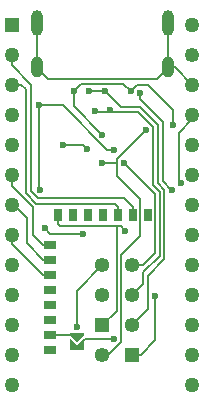
<source format=gbl>
G04 #@! TF.GenerationSoftware,KiCad,Pcbnew,7.0.6*
G04 #@! TF.CreationDate,2023-08-29T11:45:56+03:00*
G04 #@! TF.ProjectId,nrfmicro,6e72666d-6963-4726-9f2e-6b696361645f,rev?*
G04 #@! TF.SameCoordinates,Original*
G04 #@! TF.FileFunction,Copper,L2,Bot*
G04 #@! TF.FilePolarity,Positive*
%FSLAX46Y46*%
G04 Gerber Fmt 4.6, Leading zero omitted, Abs format (unit mm)*
G04 Created by KiCad (PCBNEW 7.0.6) date 2023-08-29 11:45:56*
%MOMM*%
%LPD*%
G01*
G04 APERTURE LIST*
G04 Aperture macros list*
%AMFreePoly0*
4,1,6,0.600000,-0.200000,0.600000,-0.400000,-0.600000,-0.400000,-0.600000,-0.200000,0.000000,0.400000,0.600000,-0.200000,0.600000,-0.200000,$1*%
%AMFreePoly1*
4,1,6,0.600000,-0.900000,0.000000,-0.300000,-0.600000,-0.900000,-0.600000,0.100000,0.600000,0.100000,0.600000,-0.900000,0.600000,-0.900000,$1*%
G04 Aperture macros list end*
G04 #@! TA.AperFunction,ComponentPad*
%ADD10C,1.250000*%
G04 #@! TD*
G04 #@! TA.AperFunction,ComponentPad*
%ADD11C,1.270000*%
G04 #@! TD*
G04 #@! TA.AperFunction,ComponentPad*
%ADD12R,0.650000X1.000000*%
G04 #@! TD*
G04 #@! TA.AperFunction,ComponentPad*
%ADD13R,1.000000X0.650000*%
G04 #@! TD*
G04 #@! TA.AperFunction,ComponentPad*
%ADD14R,1.270000X1.270000*%
G04 #@! TD*
G04 #@! TA.AperFunction,ComponentPad*
%ADD15O,1.270000X1.270000*%
G04 #@! TD*
G04 #@! TA.AperFunction,ComponentPad*
%ADD16O,1.000000X2.200000*%
G04 #@! TD*
G04 #@! TA.AperFunction,ComponentPad*
%ADD17O,1.000000X1.800000*%
G04 #@! TD*
G04 #@! TA.AperFunction,SMDPad,CuDef*
%ADD18FreePoly0,180.000000*%
G04 #@! TD*
G04 #@! TA.AperFunction,SMDPad,CuDef*
%ADD19FreePoly1,180.000000*%
G04 #@! TD*
G04 #@! TA.AperFunction,ViaPad*
%ADD20C,0.600000*%
G04 #@! TD*
G04 #@! TA.AperFunction,Conductor*
%ADD21C,0.200000*%
G04 #@! TD*
G04 APERTURE END LIST*
D10*
X35341600Y-22540000D03*
D11*
X35341600Y-25080000D03*
X35341600Y-27620000D03*
X35341600Y-30160000D03*
X35341600Y-32700000D03*
X35341600Y-35240000D03*
X35341600Y-37780000D03*
X35341600Y-40320000D03*
X35341600Y-42860000D03*
X35341600Y-45400000D03*
X35341600Y-47940000D03*
X35341600Y-50480000D03*
X20101600Y-22540000D03*
X20101600Y-25080000D03*
X20101600Y-27620000D03*
X20101600Y-30160000D03*
X20101600Y-32700000D03*
X20101600Y-35240000D03*
X20101600Y-37780000D03*
X20101600Y-40320000D03*
X20101600Y-42860000D03*
X20101600Y-45400000D03*
X20101600Y-47940000D03*
X20101600Y-50480000D03*
D12*
X31553000Y-36062000D03*
X30283000Y-36062000D03*
X29013000Y-36062000D03*
X27743000Y-36062000D03*
X26473000Y-36062000D03*
X25203000Y-36062000D03*
X23933000Y-36062000D03*
D13*
X23312000Y-38602000D03*
X23312000Y-39872000D03*
X23312000Y-41142000D03*
X23312000Y-42412000D03*
X23312000Y-43682000D03*
X23312000Y-44952000D03*
X23312000Y-46222000D03*
X23312000Y-47492000D03*
D11*
X35341600Y-20000000D03*
D14*
X20101600Y-20000000D03*
D15*
X27721600Y-47940000D03*
D14*
X27721600Y-45400000D03*
D15*
X27721600Y-42860000D03*
X27721600Y-40320000D03*
D14*
X30261600Y-47940000D03*
D15*
X30261600Y-45400000D03*
X30261600Y-42860000D03*
X30261600Y-40320000D03*
D16*
X22146150Y-19798750D03*
X33296750Y-19798750D03*
D17*
X33297050Y-23598750D03*
X22146150Y-23598750D03*
D18*
X25560533Y-46531775D03*
D19*
X25560533Y-47431775D03*
D20*
X32202033Y-42922775D03*
X29642533Y-37415755D03*
X26050000Y-37662002D03*
X34406599Y-33381599D03*
X22860541Y-37221058D03*
X25321600Y-25578400D03*
X27721600Y-29278400D03*
X33710000Y-28460000D03*
X29557000Y-31657000D03*
X30120000Y-25620000D03*
X22319499Y-26800000D03*
X22474998Y-34009839D03*
X28680000Y-30590000D03*
X26571600Y-25595497D03*
X27970000Y-25595498D03*
X28377600Y-27242000D03*
X27117600Y-27282000D03*
X28722533Y-46572775D03*
X25532533Y-45572775D03*
X33578021Y-33950002D03*
X30905772Y-25770221D03*
X26400000Y-30540000D03*
X24417600Y-30200011D03*
X31400698Y-28896948D03*
X27725000Y-31650000D03*
D21*
X28926589Y-37073411D02*
X28937998Y-37062002D01*
X27721600Y-45397708D02*
X28926589Y-44192719D01*
X29660983Y-24595977D02*
X23113166Y-24595977D01*
X30965308Y-47940000D02*
X30261600Y-47940000D01*
X27721600Y-45400000D02*
X27721600Y-45397708D01*
X29667781Y-24602775D02*
X29660983Y-24595977D01*
X32202033Y-46703275D02*
X30965308Y-47940000D01*
X29642533Y-37415755D02*
X29288780Y-37062002D01*
X32202033Y-42922775D02*
X32202033Y-46703275D01*
X35341600Y-25080000D02*
X33861600Y-23600000D01*
X28926589Y-44192719D02*
X28926589Y-37073411D01*
X24112002Y-37062002D02*
X23933000Y-36883000D01*
X23113166Y-24595977D02*
X22146600Y-23629411D01*
X28937998Y-37062002D02*
X24112002Y-37062002D01*
X23933000Y-36883000D02*
X23933000Y-36062000D01*
X29288780Y-37062002D02*
X28937998Y-37062002D01*
X33861600Y-23600000D02*
X33297200Y-23600000D01*
X33296600Y-19700000D02*
X33296600Y-23625277D01*
X32319102Y-24602775D02*
X29667781Y-24602775D01*
X22146600Y-23629411D02*
X22146600Y-19700000D01*
X33296600Y-23625277D02*
X32319102Y-24602775D01*
X23301485Y-37662002D02*
X22860541Y-37221058D01*
X35341600Y-27973708D02*
X34192533Y-29122775D01*
X35341600Y-27620000D02*
X35341600Y-27973708D01*
X34192533Y-33167533D02*
X34406599Y-33381599D01*
X26050000Y-37662002D02*
X23301485Y-37662002D01*
X34192533Y-29122775D02*
X34192533Y-33167533D01*
X30677985Y-25062015D02*
X30120000Y-25620000D01*
X25321600Y-25578400D02*
X25904503Y-24995497D01*
X25904503Y-24995497D02*
X29495497Y-24995497D01*
X33710000Y-27217500D02*
X31554515Y-25062015D01*
X32178001Y-39287307D02*
X31145308Y-40320000D01*
X32178001Y-34278001D02*
X32178001Y-39287307D01*
X29495497Y-24995497D02*
X30120000Y-25620000D01*
X31554515Y-25062015D02*
X30677985Y-25062015D01*
X29557000Y-31657000D02*
X32178001Y-34278001D01*
X27721600Y-29278400D02*
X25321600Y-26878400D01*
X31145308Y-40320000D02*
X30261600Y-40320000D01*
X33710000Y-28460000D02*
X33710000Y-27217500D01*
X25321600Y-26878400D02*
X25321600Y-25578400D01*
X22319499Y-33854340D02*
X22474998Y-34009839D01*
X24355198Y-26800000D02*
X24217112Y-26800000D01*
X28680000Y-30590000D02*
X28145198Y-30590000D01*
X22319499Y-26800000D02*
X22319499Y-33854340D01*
X24217112Y-26800000D02*
X22319499Y-26800000D01*
X28145198Y-30590000D02*
X24355198Y-26800000D01*
X26571600Y-25595497D02*
X27969999Y-25595497D01*
X32978021Y-33946623D02*
X32978021Y-39847287D01*
X31596611Y-41228697D02*
X31596611Y-44064989D01*
X31596611Y-44064989D02*
X30261600Y-45400000D01*
X32448080Y-28452480D02*
X32448080Y-33416682D01*
X27970000Y-25595498D02*
X29306502Y-26932000D01*
X32978021Y-39847287D02*
X31596611Y-41228697D01*
X30927600Y-26932000D02*
X32448080Y-28452480D01*
X32448080Y-33416682D02*
X32978021Y-33946623D01*
X29306502Y-26932000D02*
X30927600Y-26932000D01*
X28377600Y-27242000D02*
X28544861Y-27409261D01*
X32578011Y-34112311D02*
X32578011Y-39577297D01*
X27236276Y-27400676D02*
X28312525Y-27400676D01*
X32000699Y-28645099D02*
X32000699Y-33534999D01*
X32000699Y-33534999D02*
X32578011Y-34112311D01*
X31196601Y-40958707D02*
X31196601Y-41924999D01*
X32578011Y-39577297D02*
X31196601Y-40958707D01*
X30764861Y-27409261D02*
X32000699Y-28645099D01*
X27117600Y-27282000D02*
X27236276Y-27400676D01*
X31196601Y-41924999D02*
X30261600Y-42860000D01*
X28544861Y-27409261D02*
X30764861Y-27409261D01*
X28722533Y-46572775D02*
X28672533Y-46622775D01*
X26228053Y-46622775D02*
X25560533Y-47290295D01*
X28672533Y-46622775D02*
X26228053Y-46622775D01*
X22691758Y-41142000D02*
X20101600Y-38551842D01*
X23679000Y-41142000D02*
X22691758Y-41142000D01*
X20101600Y-38551842D02*
X20101600Y-37780000D01*
X22731758Y-38602000D02*
X23312000Y-38602000D01*
X20101600Y-32700000D02*
X20101600Y-33675774D01*
X21877533Y-37747775D02*
X22731758Y-38602000D01*
X21877533Y-35451707D02*
X21877533Y-37747775D01*
X20101600Y-33675774D02*
X21877533Y-35451707D01*
X21312533Y-36325775D02*
X20226758Y-35240000D01*
X20226758Y-35240000D02*
X20101600Y-35240000D01*
X22701758Y-39872000D02*
X21312533Y-38482775D01*
X23312000Y-39872000D02*
X22701758Y-39872000D01*
X21312533Y-38482775D02*
X21312533Y-36325775D01*
X23378775Y-46288775D02*
X23312000Y-46222000D01*
X25422533Y-46288775D02*
X23378775Y-46288775D01*
X25532533Y-45572775D02*
X25532533Y-42509067D01*
X25532533Y-42509067D02*
X27721600Y-40320000D01*
X30905772Y-25770221D02*
X30905772Y-26300172D01*
X32847600Y-33250504D02*
X33547098Y-33950002D01*
X32847600Y-28242000D02*
X32847600Y-33250504D01*
X33547098Y-33950002D02*
X33578021Y-33950002D01*
X30905772Y-26300172D02*
X32847600Y-28242000D01*
X24417600Y-30200011D02*
X26060011Y-30200011D01*
X26060011Y-30200011D02*
X26400000Y-30540000D01*
X28227308Y-47940000D02*
X27721600Y-47940000D01*
X27725000Y-31650000D02*
X28900000Y-31650000D01*
X29326599Y-39455001D02*
X29326599Y-46840709D01*
X30908001Y-34756403D02*
X30908001Y-37873599D01*
X30908001Y-37873599D02*
X29326599Y-39455001D01*
X29326599Y-46840709D02*
X28227308Y-47940000D01*
X31400698Y-28896948D02*
X28956999Y-31340647D01*
X28900000Y-31650000D02*
X28956999Y-31593001D01*
X28956999Y-31340647D02*
X28956999Y-31593001D01*
X28956999Y-31593001D02*
X28956999Y-32805401D01*
X28956999Y-32805401D02*
X30908001Y-34756403D01*
X22140758Y-35122000D02*
X28748000Y-35122000D01*
X29013000Y-35387000D02*
X29013000Y-36062000D01*
X21234013Y-25452255D02*
X21234013Y-34215255D01*
X21234013Y-34215255D02*
X22140758Y-35122000D01*
X28748000Y-35122000D02*
X29013000Y-35387000D01*
X20101600Y-25080000D02*
X20861758Y-25080000D01*
X20861758Y-25080000D02*
X21234013Y-25452255D01*
X29564758Y-34672000D02*
X22289321Y-34672000D01*
X20101600Y-23430842D02*
X20101600Y-22540000D01*
X21719988Y-25049230D02*
X20101600Y-23430842D01*
X22289321Y-34672000D02*
X21719988Y-34102667D01*
X30283000Y-35390242D02*
X29564758Y-34672000D01*
X21719988Y-34102667D02*
X21719988Y-25049230D01*
X30283000Y-36062000D02*
X30283000Y-35390242D01*
M02*

</source>
